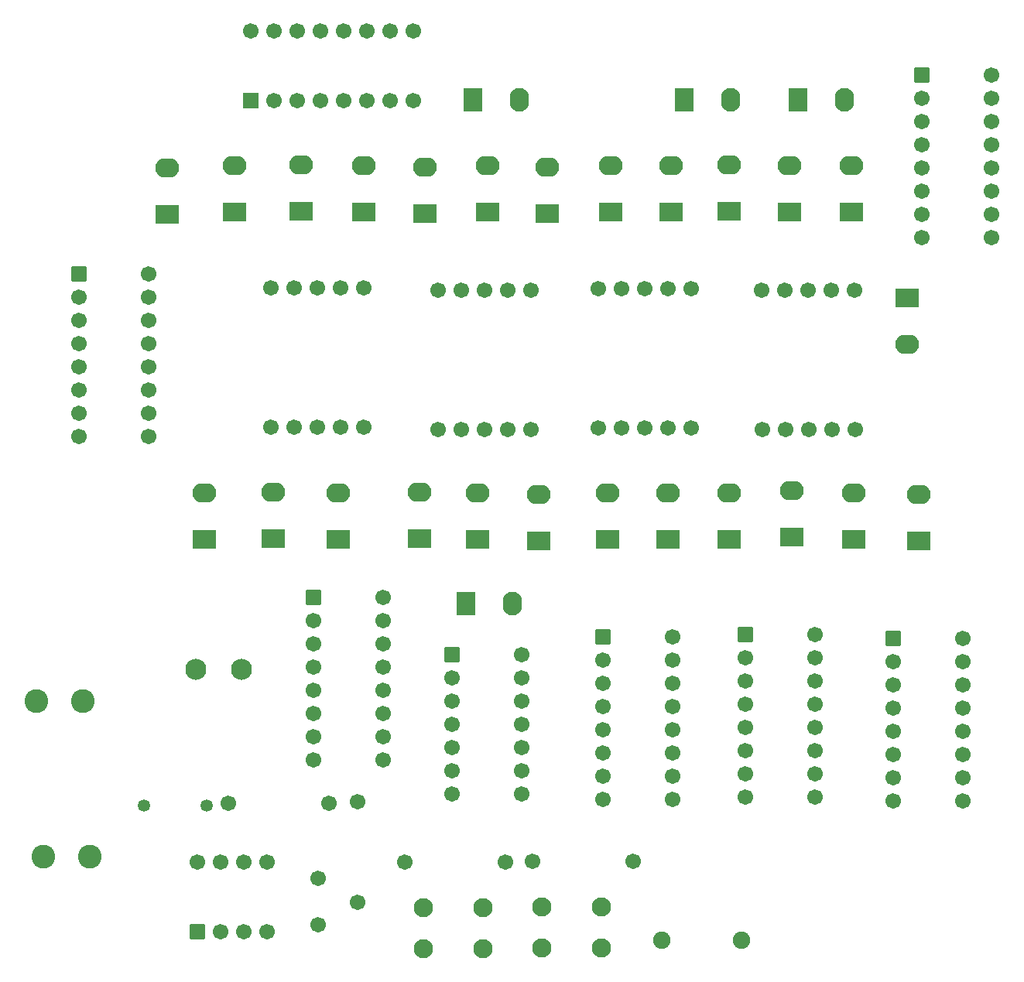
<source format=gbs>
G04 Layer: BottomSolderMaskLayer*
G04 EasyEDA v6.5.22, 2022-11-10 13:02:32*
G04 01bc966966e84c7b8353b39a3c1ed1af,4d8ab2db40884aeb91e54047068f32cb,10*
G04 Gerber Generator version 0.2*
G04 Scale: 100 percent, Rotated: No, Reflected: No *
G04 Dimensions in inches *
G04 leading zeros omitted , absolute positions ,3 integer and 6 decimal *
%FSLAX36Y36*%
%MOIN*%

%AMMACRO1*1,1,$1,$2,$3*1,1,$1,$4,$5*1,1,$1,0-$2,0-$3*1,1,$1,0-$4,0-$5*20,1,$1,$2,$3,$4,$5,0*20,1,$1,$4,$5,0-$2,0-$3,0*20,1,$1,0-$2,0-$3,0-$4,0-$5,0*20,1,$1,0-$4,0-$5,$2,$3,0*4,1,4,$2,$3,$4,$5,0-$2,0-$3,0-$4,0-$5,$2,$3,0*%
%ADD10C,0.0670*%
%ADD11C,0.0906*%
%ADD12C,0.0749*%
%ADD13C,0.0827*%
%ADD14MACRO1,0.004X0.0315X0.0315X0.0315X-0.0315*%
%ADD15C,0.0670*%
%ADD16MACRO1,0.004X-0.0315X0.0315X0.0315X0.0315*%
%ADD17R,0.0670X0.0670*%
%ADD18O,0.102425X0.08274*%
%ADD19MACRO1,0.004X-0.0492X-0.0394X-0.0492X0.0394*%
%ADD20O,0.08274X0.102425*%
%ADD21MACRO1,0.004X-0.0394X0.0492X0.0394X0.0492*%
%ADD22MACRO1,0.004X0.0492X0.0394X0.0492X-0.0394*%
%ADD23C,0.0530*%
%ADD24C,0.1024*%
%ADD25C,0.0110*%

%LPD*%
D10*
G01*
X1850000Y-2065000D03*
G01*
X1850000Y-1865000D03*
D11*
G01*
X1321580Y-965000D03*
G01*
X1518419Y-965000D03*
D12*
G01*
X3328739Y-2130000D03*
G01*
X3671260Y-2130000D03*
D13*
G01*
X2302049Y-2168580D03*
G01*
X2557950Y-2168580D03*
G01*
X2557950Y-1991419D03*
G01*
X2302049Y-1991419D03*
G01*
X2812049Y-2163580D03*
G01*
X3067950Y-2163580D03*
G01*
X3067950Y-1986419D03*
G01*
X2812049Y-1986419D03*
D10*
G01*
X1945500Y80500D03*
G01*
X1845500Y80500D03*
G01*
X1745500Y80500D03*
G01*
X2045500Y80500D03*
G01*
X1645500Y80500D03*
G01*
X1644499Y679499D03*
G01*
X2044499Y679499D03*
G01*
X1944499Y679499D03*
G01*
X1744499Y679499D03*
G01*
X1844499Y679499D03*
G01*
X2665500Y70500D03*
G01*
X2565500Y70500D03*
G01*
X2465500Y70500D03*
G01*
X2765500Y70500D03*
G01*
X2365500Y70500D03*
G01*
X2364499Y669499D03*
G01*
X2764499Y669499D03*
G01*
X2664499Y669499D03*
G01*
X2464499Y669499D03*
G01*
X2564499Y669499D03*
G01*
X3355500Y75500D03*
G01*
X3255500Y75500D03*
G01*
X3155500Y75500D03*
G01*
X3455500Y75500D03*
G01*
X3055500Y75500D03*
G01*
X3054499Y674499D03*
G01*
X3454499Y674499D03*
G01*
X3354499Y674499D03*
G01*
X3154499Y674499D03*
G01*
X3254499Y674499D03*
G01*
X4060500Y70500D03*
G01*
X3960500Y70500D03*
G01*
X3860500Y70500D03*
G01*
X4160500Y70500D03*
G01*
X3760500Y70500D03*
G01*
X3759499Y669499D03*
G01*
X4159499Y669499D03*
G01*
X4059499Y669499D03*
G01*
X3859499Y669499D03*
G01*
X3959499Y669499D03*
D14*
G01*
X2425000Y-900000D03*
D15*
G01*
X2425000Y-1000000D03*
G01*
X2425000Y-1300000D03*
G01*
X2425000Y-1400000D03*
G01*
X2425000Y-1100000D03*
G01*
X2425000Y-1200000D03*
G01*
X2425000Y-1500000D03*
G01*
X2725000Y-1500000D03*
G01*
X2725000Y-1400000D03*
G01*
X2725000Y-1300000D03*
G01*
X2725000Y-1200000D03*
G01*
X2725000Y-1100000D03*
G01*
X2725000Y-1000000D03*
G01*
X2725000Y-900000D03*
D16*
G01*
X1330000Y-2095000D03*
D15*
G01*
X1430000Y-2095000D03*
G01*
X1530000Y-2095000D03*
G01*
X1630000Y-2095000D03*
G01*
X1630000Y-1795000D03*
G01*
X1530000Y-1795000D03*
G01*
X1430000Y-1795000D03*
G01*
X1330000Y-1795000D03*
D10*
G01*
X1120000Y740000D03*
G01*
X1120000Y640000D03*
G01*
X1120000Y540000D03*
G01*
X1120000Y440000D03*
G01*
X1120000Y340000D03*
G01*
X1120000Y240000D03*
G01*
X1120000Y140000D03*
G01*
X1120000Y40000D03*
G01*
X820000Y40000D03*
G01*
X820000Y140000D03*
G01*
X820000Y240000D03*
G01*
X820000Y340000D03*
G01*
X820000Y440000D03*
G01*
X820000Y540000D03*
G01*
X820000Y640000D03*
D16*
G01*
X820000Y740002D03*
D10*
G01*
X1560000Y1785000D03*
G01*
X1660000Y1785000D03*
G01*
X1760000Y1785000D03*
G01*
X1860000Y1785000D03*
G01*
X1960000Y1785000D03*
G01*
X2060000Y1785000D03*
G01*
X2160000Y1785000D03*
G01*
X2260000Y1785000D03*
G01*
X2260000Y1485000D03*
G01*
X2160000Y1485000D03*
G01*
X2060000Y1485000D03*
G01*
X1960000Y1485000D03*
G01*
X1860000Y1485000D03*
G01*
X1760000Y1485000D03*
G01*
X1660000Y1485000D03*
D17*
G01*
X1560000Y1485000D03*
D10*
G01*
X3375000Y-825000D03*
G01*
X3375000Y-925000D03*
G01*
X3375000Y-1025000D03*
G01*
X3375000Y-1125000D03*
G01*
X3375000Y-1225000D03*
G01*
X3375000Y-1325000D03*
G01*
X3375000Y-1425000D03*
G01*
X3375000Y-1525000D03*
G01*
X3075000Y-1525000D03*
G01*
X3075000Y-1425000D03*
G01*
X3075000Y-1325000D03*
G01*
X3075000Y-1225000D03*
G01*
X3075000Y-1125000D03*
G01*
X3075000Y-1025000D03*
G01*
X3075000Y-925000D03*
D16*
G01*
X3075000Y-824997D03*
D10*
G01*
X4750000Y1595000D03*
G01*
X4750000Y1495000D03*
G01*
X4750000Y1395000D03*
G01*
X4750000Y1295000D03*
G01*
X4750000Y1195000D03*
G01*
X4750000Y1095000D03*
G01*
X4750000Y995000D03*
G01*
X4750000Y895000D03*
G01*
X4450000Y895000D03*
G01*
X4450000Y995000D03*
G01*
X4450000Y1095000D03*
G01*
X4450000Y1195000D03*
G01*
X4450000Y1295000D03*
G01*
X4450000Y1395000D03*
G01*
X4450000Y1495000D03*
D16*
G01*
X4450000Y1595002D03*
D10*
G01*
X2130000Y-655000D03*
G01*
X2130000Y-755000D03*
G01*
X2130000Y-855000D03*
G01*
X2130000Y-955000D03*
G01*
X2130000Y-1055000D03*
G01*
X2130000Y-1155000D03*
G01*
X2130000Y-1255000D03*
G01*
X2130000Y-1355000D03*
G01*
X1830000Y-1355000D03*
G01*
X1830000Y-1255000D03*
G01*
X1830000Y-1155000D03*
G01*
X1830000Y-1055000D03*
G01*
X1830000Y-955000D03*
G01*
X1830000Y-855000D03*
G01*
X1830000Y-755000D03*
D16*
G01*
X1830000Y-654997D03*
D10*
G01*
X3990000Y-815000D03*
G01*
X3990000Y-915000D03*
G01*
X3990000Y-1015000D03*
G01*
X3990000Y-1115000D03*
G01*
X3990000Y-1215000D03*
G01*
X3990000Y-1315000D03*
G01*
X3990000Y-1415000D03*
G01*
X3990000Y-1515000D03*
G01*
X3690000Y-1515000D03*
G01*
X3690000Y-1415000D03*
G01*
X3690000Y-1315000D03*
G01*
X3690000Y-1215000D03*
G01*
X3690000Y-1115000D03*
G01*
X3690000Y-1015000D03*
G01*
X3690000Y-915000D03*
D16*
G01*
X3690000Y-814997D03*
D10*
G01*
X4625000Y-830000D03*
G01*
X4625000Y-930000D03*
G01*
X4625000Y-1030000D03*
G01*
X4625000Y-1130000D03*
G01*
X4625000Y-1230000D03*
G01*
X4625000Y-1330000D03*
G01*
X4625000Y-1430000D03*
G01*
X4625000Y-1530000D03*
G01*
X4325000Y-1530000D03*
G01*
X4325000Y-1430000D03*
G01*
X4325000Y-1330000D03*
G01*
X4325000Y-1230000D03*
G01*
X4325000Y-1130000D03*
G01*
X4325000Y-1030000D03*
G01*
X4325000Y-930000D03*
D16*
G01*
X4325000Y-829997D03*
D18*
G01*
X1360000Y-205000D03*
D19*
G01*
X1360000Y-405000D03*
D18*
G01*
X1655000Y-200000D03*
D19*
G01*
X1655000Y-400000D03*
D18*
G01*
X1935000Y-205000D03*
D19*
G01*
X1935000Y-405000D03*
D18*
G01*
X1200000Y1195000D03*
D19*
G01*
X1200000Y995000D03*
D18*
G01*
X2045000Y1205000D03*
D19*
G01*
X2045000Y1005000D03*
D18*
G01*
X2285000Y-200000D03*
D19*
G01*
X2285000Y-400000D03*
D18*
G01*
X1490000Y1205000D03*
D19*
G01*
X1490000Y1005000D03*
D18*
G01*
X1775000Y1210000D03*
D19*
G01*
X1775000Y1010000D03*
D18*
G01*
X2535000Y-205000D03*
D19*
G01*
X2535000Y-405000D03*
D18*
G01*
X2800000Y-210000D03*
D19*
G01*
X2800000Y-410000D03*
D20*
G01*
X4115000Y1490000D03*
D21*
G01*
X3915000Y1490000D03*
D20*
G01*
X2715000Y1490000D03*
D21*
G01*
X2515000Y1490000D03*
D18*
G01*
X2310000Y1200000D03*
D19*
G01*
X2310000Y1000000D03*
D18*
G01*
X2580000Y1205000D03*
D19*
G01*
X2580000Y1005000D03*
D18*
G01*
X2835000Y1200000D03*
D19*
G01*
X2835000Y1000000D03*
D18*
G01*
X3095000Y-205000D03*
D19*
G01*
X3095000Y-405000D03*
D18*
G01*
X3355000Y-205000D03*
D19*
G01*
X3355000Y-405000D03*
D18*
G01*
X3620000Y-205000D03*
D19*
G01*
X3620000Y-405000D03*
D18*
G01*
X3110000Y1205000D03*
D19*
G01*
X3110000Y1005000D03*
D18*
G01*
X3370000Y1205000D03*
D19*
G01*
X3370000Y1005000D03*
D18*
G01*
X3620000Y1210000D03*
D19*
G01*
X3620000Y1010000D03*
D20*
G01*
X3625000Y1490000D03*
D21*
G01*
X3425000Y1490000D03*
D18*
G01*
X3880000Y1205000D03*
D19*
G01*
X3880000Y1005000D03*
D18*
G01*
X4385000Y435000D03*
D22*
G01*
X4385000Y635000D03*
D18*
G01*
X4145000Y1205000D03*
D19*
G01*
X4145000Y1005000D03*
D18*
G01*
X4435000Y-210000D03*
D19*
G01*
X4435000Y-410000D03*
D18*
G01*
X4155000Y-205000D03*
D19*
G01*
X4155000Y-405000D03*
D18*
G01*
X3890000Y-195000D03*
D19*
G01*
X3890000Y-395000D03*
D10*
G01*
X2656540Y-1795000D03*
G01*
X2223469Y-1795000D03*
G01*
X3206540Y-1790000D03*
G01*
X2773469Y-1790000D03*
G01*
X2020000Y-1533470D03*
G01*
X2020000Y-1966540D03*
G01*
X1463459Y-1540000D03*
G01*
X1896540Y-1540000D03*
D23*
G01*
X1099759Y-1550000D03*
G01*
X1370240Y-1550000D03*
D24*
G01*
X865000Y-1770000D03*
G01*
X665000Y-1770000D03*
G01*
X835000Y-1100000D03*
G01*
X635000Y-1100000D03*
D20*
G01*
X2685000Y-680000D03*
D21*
G01*
X2485000Y-680000D03*
M02*

</source>
